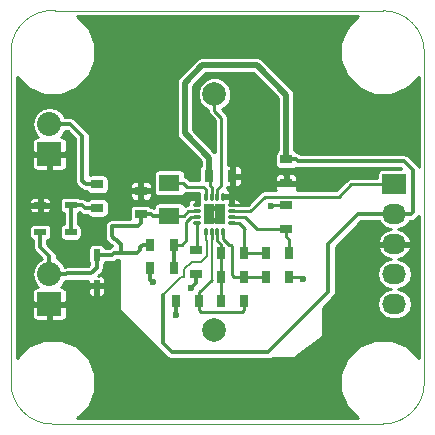
<source format=gtl>
G04 #@! TF.FileFunction,Copper,L1,Top,Signal*
%FSLAX46Y46*%
G04 Gerber Fmt 4.6, Leading zero omitted, Abs format (unit mm)*
G04 Created by KiCad (PCBNEW (2015-07-08 BZR 5908, Git 901e961)-product) date 27.10.2015 7:37:09*
%MOMM*%
G01*
G04 APERTURE LIST*
%ADD10C,0.100000*%
%ADD11R,1.000000X0.800000*%
%ADD12R,0.800000X1.000000*%
%ADD13C,2.000000*%
%ADD14R,1.800000X1.400000*%
%ADD15R,2.032000X2.032000*%
%ADD16O,2.032000X2.032000*%
%ADD17O,0.750000X0.300000*%
%ADD18O,0.300000X0.750000*%
%ADD19R,0.900000X0.900000*%
%ADD20R,0.550000X1.000000*%
%ADD21R,2.032000X1.727200*%
%ADD22O,2.032000X1.727200*%
%ADD23R,1.000000X0.550000*%
%ADD24C,0.700000*%
%ADD25C,0.600000*%
%ADD26C,0.350000*%
%ADD27C,0.250000*%
%ADD28C,0.200000*%
%ADD29C,0.500000*%
%ADD30C,0.254000*%
G04 APERTURE END LIST*
D10*
X45000000Y-48250000D02*
X45000000Y-76500000D01*
X76500000Y-45000000D02*
X48750000Y-45000000D01*
X80000000Y-76500000D02*
X80000000Y-48500000D01*
X48500000Y-80000000D02*
X76500000Y-80000000D01*
X45000000Y-76500000D02*
G75*
G03X48500000Y-80000000I3500000J0D01*
G01*
X76500000Y-80000000D02*
G75*
G03X80000000Y-76500000I0J3500000D01*
G01*
X80000000Y-48500000D02*
G75*
G03X76500000Y-45000000I-3500000J0D01*
G01*
X48750000Y-45000000D02*
G75*
G03X45000000Y-48250000I-250000J-3500000D01*
G01*
D11*
X56000000Y-62250000D03*
X56000000Y-60250000D03*
X60706000Y-67294000D03*
X60706000Y-65294000D03*
D12*
X61750000Y-59000000D03*
X63750000Y-59000000D03*
D11*
X68300000Y-57600000D03*
X68300000Y-59600000D03*
D13*
X62230000Y-52070000D03*
X62230000Y-72070000D03*
D14*
X58420000Y-62360000D03*
X58420000Y-59560000D03*
D15*
X48260000Y-57150000D03*
D16*
X48260000Y-54610000D03*
D15*
X48260000Y-69850000D03*
D16*
X48260000Y-67310000D03*
D12*
X56800000Y-64800000D03*
X58800000Y-64800000D03*
X58800000Y-66800000D03*
X56800000Y-66800000D03*
X62754000Y-65532000D03*
X64754000Y-65532000D03*
X62754000Y-67564000D03*
X64754000Y-67564000D03*
X62754000Y-69596000D03*
X64754000Y-69596000D03*
X66564000Y-65532000D03*
X68564000Y-65532000D03*
D11*
X68326000Y-63484000D03*
X68326000Y-61484000D03*
D12*
X66564000Y-67564000D03*
X68564000Y-67564000D03*
X60944000Y-69596000D03*
X58944000Y-69596000D03*
D17*
X60755000Y-61480000D03*
X60755000Y-61980000D03*
X60755000Y-62480000D03*
X60755000Y-62980000D03*
D18*
X61480000Y-63705000D03*
X61980000Y-63705000D03*
X62480000Y-63705000D03*
X62980000Y-63705000D03*
D17*
X63705000Y-62980000D03*
X63705000Y-62480000D03*
X63705000Y-61980000D03*
X63705000Y-61480000D03*
D18*
X62980000Y-60755000D03*
X62480000Y-60755000D03*
X61980000Y-60755000D03*
X61480000Y-60755000D03*
D19*
X62680000Y-62680000D03*
X62680000Y-61780000D03*
X61780000Y-62680000D03*
X61780000Y-61780000D03*
D20*
X52250000Y-68300000D03*
X52250000Y-65700000D03*
D21*
X77470000Y-59690000D03*
D22*
X77470000Y-62230000D03*
X77470000Y-64770000D03*
X77470000Y-67310000D03*
X77470000Y-69850000D03*
D11*
X52324000Y-61706000D03*
X52324000Y-59706000D03*
D23*
X47468000Y-63754000D03*
X50068000Y-63754000D03*
X50068000Y-61468000D03*
X47468000Y-61468000D03*
D24*
X61780000Y-62680000D03*
X62680000Y-62680000D03*
X62680000Y-61780000D03*
X61780000Y-61780000D03*
D25*
X75250000Y-65000000D03*
X56000000Y-59250000D03*
X67000000Y-59750000D03*
X67000000Y-61500000D03*
X69750000Y-67750000D03*
X64750000Y-59000000D03*
X64750000Y-61250000D03*
X63750000Y-60500000D03*
X60500000Y-60750000D03*
X53250000Y-68500000D03*
X57000000Y-68000000D03*
X60250000Y-68500000D03*
X59000000Y-70750000D03*
D26*
X48260000Y-57150000D02*
X48260000Y-59182000D01*
X47468000Y-59974000D02*
X47468000Y-61468000D01*
X48260000Y-59182000D02*
X47468000Y-59974000D01*
X77470000Y-64770000D02*
X75480000Y-64770000D01*
X75480000Y-64770000D02*
X75250000Y-65000000D01*
D27*
X56000000Y-60250000D02*
X56000000Y-59250000D01*
X68300000Y-59600000D02*
X67150000Y-59600000D01*
X67150000Y-59600000D02*
X67000000Y-59750000D01*
X68326000Y-61484000D02*
X67016000Y-61484000D01*
X67016000Y-61484000D02*
X67000000Y-61500000D01*
X68564000Y-67564000D02*
X69564000Y-67564000D01*
X69564000Y-67564000D02*
X69750000Y-67750000D01*
X63750000Y-59000000D02*
X64750000Y-59000000D01*
X64520000Y-61480000D02*
X64750000Y-61250000D01*
X63705000Y-61480000D02*
X64520000Y-61480000D01*
X62980000Y-60755000D02*
X63495000Y-60755000D01*
X63495000Y-60755000D02*
X63750000Y-60500000D01*
X60755000Y-61005000D02*
X60500000Y-60750000D01*
X60755000Y-61480000D02*
X60755000Y-61005000D01*
D26*
X52250000Y-68300000D02*
X53050000Y-68300000D01*
X53050000Y-68300000D02*
X53250000Y-68500000D01*
X56800000Y-66800000D02*
X56800000Y-67800000D01*
X56800000Y-67800000D02*
X57000000Y-68000000D01*
X60706000Y-67294000D02*
X60706000Y-68044000D01*
X60706000Y-68044000D02*
X60250000Y-68500000D01*
X58944000Y-69596000D02*
X58944000Y-70694000D01*
X58944000Y-70694000D02*
X59000000Y-70750000D01*
X47468000Y-63754000D02*
X47468000Y-64994000D01*
X48260000Y-65786000D02*
X48260000Y-67310000D01*
X47468000Y-64994000D02*
X48260000Y-65786000D01*
X53750000Y-65500000D02*
X54286933Y-65500000D01*
X54286933Y-65500000D02*
X54900000Y-65500000D01*
X53820000Y-64320000D02*
X54286933Y-64786933D01*
X54286933Y-64786933D02*
X54286933Y-65500000D01*
X53750000Y-64320000D02*
X53820000Y-64320000D01*
X53550000Y-63270000D02*
X53550000Y-64120000D01*
X53550000Y-64120000D02*
X53750000Y-64320000D01*
X56000000Y-63000000D02*
X55730000Y-63270000D01*
X55730000Y-63270000D02*
X53550000Y-63270000D01*
X56000000Y-62250000D02*
X56000000Y-63000000D01*
X57000000Y-62400000D02*
X57040000Y-62360000D01*
X57040000Y-62360000D02*
X58420000Y-62360000D01*
X56000000Y-62250000D02*
X56850000Y-62250000D01*
X56850000Y-62250000D02*
X57000000Y-62400000D01*
X49756840Y-67250000D02*
X50808283Y-67250000D01*
X50808283Y-67250000D02*
X51750000Y-67250000D01*
X53550000Y-65700000D02*
X53750000Y-65500000D01*
X52250000Y-65700000D02*
X53550000Y-65700000D01*
X51750000Y-67250000D02*
X52250000Y-66750000D01*
X52250000Y-66750000D02*
X52250000Y-65700000D01*
X48260000Y-67310000D02*
X49696840Y-67310000D01*
X49696840Y-67310000D02*
X49756840Y-67250000D01*
X55900000Y-65300000D02*
X55700000Y-65500000D01*
X55700000Y-65500000D02*
X54900000Y-65500000D01*
X55900000Y-65050000D02*
X55900000Y-65300000D01*
X56800000Y-64800000D02*
X56150000Y-64800000D01*
X56150000Y-64800000D02*
X55900000Y-65050000D01*
D27*
X60020000Y-61980000D02*
X59640000Y-62360000D01*
X59640000Y-62360000D02*
X58420000Y-62360000D01*
X60755000Y-61980000D02*
X60020000Y-61980000D01*
X60755000Y-62980000D02*
X60755000Y-65245000D01*
X60755000Y-65245000D02*
X60706000Y-65294000D01*
D26*
X71882000Y-64770000D02*
X74422000Y-62230000D01*
X74422000Y-62230000D02*
X77470000Y-62230000D01*
X71882000Y-68834000D02*
X71882000Y-64770000D01*
X66802000Y-73914000D02*
X71882000Y-68834000D01*
X58674000Y-73914000D02*
X66802000Y-73914000D01*
X57912000Y-73152000D02*
X58674000Y-73914000D01*
X57912000Y-69088000D02*
X57912000Y-73152000D01*
D28*
X59690000Y-67564000D02*
X59436000Y-67564000D01*
X59436000Y-67564000D02*
X57912000Y-69088000D01*
X59690000Y-66905998D02*
X59690000Y-67564000D01*
X61110002Y-66294000D02*
X60301998Y-66294000D01*
X60301998Y-66294000D02*
X59690000Y-66905998D01*
X61601001Y-64523771D02*
X61601001Y-65803001D01*
X61601001Y-65803001D02*
X61110002Y-66294000D01*
X61480000Y-63705000D02*
X61480000Y-64402770D01*
X61480000Y-64402770D02*
X61601001Y-64523771D01*
D26*
X68300000Y-57600000D02*
X69150000Y-57600000D01*
X79000000Y-62066000D02*
X78836000Y-62230000D01*
X69150000Y-57600000D02*
X69300000Y-57750000D01*
X69300000Y-57750000D02*
X78250000Y-57750000D01*
X78250000Y-57750000D02*
X79000000Y-58500000D01*
X79000000Y-58500000D02*
X79000000Y-62066000D01*
X78836000Y-62230000D02*
X77470000Y-62230000D01*
D29*
X61750000Y-59000000D02*
X61750000Y-57450000D01*
X68300000Y-52100000D02*
X68300000Y-57600000D01*
X65800000Y-49600000D02*
X68300000Y-52100000D01*
X61200000Y-49600000D02*
X65800000Y-49600000D01*
X59700000Y-51100000D02*
X61200000Y-49600000D01*
X59700000Y-55400000D02*
X59700000Y-51100000D01*
X61750000Y-57450000D02*
X59700000Y-55400000D01*
D27*
X61865000Y-59055000D02*
X61865000Y-59805000D01*
X61865000Y-59805000D02*
X61980000Y-59920000D01*
X61980000Y-59920000D02*
X61980000Y-60755000D01*
X62800000Y-59810000D02*
X62800000Y-54054213D01*
X62800000Y-54054213D02*
X62230000Y-53484213D01*
X62230000Y-53484213D02*
X62230000Y-52070000D01*
X62480000Y-60755000D02*
X62480000Y-60130000D01*
X62480000Y-60130000D02*
X62800000Y-59810000D01*
X61300000Y-59900000D02*
X61480000Y-60080000D01*
X61480000Y-60080000D02*
X61480000Y-60755000D01*
X59910000Y-59900000D02*
X61300000Y-59900000D01*
X58420000Y-59560000D02*
X59570000Y-59560000D01*
X59570000Y-59560000D02*
X59910000Y-59900000D01*
D26*
X58800000Y-64800000D02*
X58800000Y-66800000D01*
D27*
X59800000Y-62900000D02*
X60220000Y-62480000D01*
X60220000Y-62480000D02*
X60755000Y-62480000D01*
X59800000Y-64450000D02*
X59800000Y-62900000D01*
X58800000Y-64800000D02*
X59450000Y-64800000D01*
X59450000Y-64800000D02*
X59800000Y-64450000D01*
X62480000Y-64480000D02*
X62754000Y-64754000D01*
X62754000Y-64754000D02*
X62754000Y-65532000D01*
X62480000Y-63705000D02*
X62480000Y-64480000D01*
X62754000Y-69596000D02*
X62754000Y-65532000D01*
X62754000Y-69596000D02*
X62754000Y-67564000D01*
X66564000Y-65532000D02*
X64754000Y-65532000D01*
X64800000Y-63450000D02*
X64754000Y-63496000D01*
X64754000Y-63496000D02*
X64754000Y-65532000D01*
X63705000Y-62980000D02*
X64330000Y-62980000D01*
X64330000Y-62980000D02*
X64800000Y-63450000D01*
X63700000Y-67400000D02*
X63864000Y-67564000D01*
X63864000Y-67564000D02*
X64754000Y-67564000D01*
X63700000Y-64900000D02*
X63700000Y-67400000D01*
X63600000Y-64800000D02*
X63700000Y-64900000D01*
X63450000Y-64800000D02*
X63600000Y-64800000D01*
X62980000Y-63705000D02*
X62980000Y-64330000D01*
X62980000Y-64330000D02*
X63450000Y-64800000D01*
X66564000Y-67564000D02*
X64754000Y-67564000D01*
X60944000Y-68846000D02*
X60944000Y-69596000D01*
X61981011Y-67808989D02*
X60944000Y-68846000D01*
D28*
X61980000Y-64330000D02*
X61981011Y-64331011D01*
D27*
X61980000Y-63705000D02*
X61980000Y-64330000D01*
D28*
X61981011Y-64331011D02*
X61981011Y-67808989D01*
D27*
X64754000Y-69596000D02*
X64754000Y-70346000D01*
X64754000Y-70346000D02*
X64600000Y-70500000D01*
X64600000Y-70500000D02*
X61098000Y-70500000D01*
X61098000Y-70500000D02*
X60944000Y-70346000D01*
X60944000Y-70346000D02*
X60944000Y-69596000D01*
X68326000Y-63484000D02*
X68326000Y-64134000D01*
X68326000Y-64134000D02*
X68564000Y-64372000D01*
X68564000Y-64372000D02*
X68564000Y-65532000D01*
X65800000Y-63500000D02*
X64780000Y-62480000D01*
X64780000Y-62480000D02*
X63705000Y-62480000D01*
X67560000Y-63500000D02*
X65800000Y-63500000D01*
X68326000Y-63484000D02*
X67576000Y-63484000D01*
X67576000Y-63484000D02*
X67560000Y-63500000D01*
X72750000Y-60750000D02*
X73810000Y-59690000D01*
X73810000Y-59690000D02*
X77470000Y-59690000D01*
X66500000Y-60750000D02*
X72750000Y-60750000D01*
X65270000Y-61980000D02*
X66500000Y-60750000D01*
X63705000Y-61980000D02*
X65270000Y-61980000D01*
D26*
X48260000Y-54610000D02*
X50038000Y-54610000D01*
X51324000Y-59706000D02*
X52324000Y-59706000D01*
X51054000Y-59436000D02*
X51324000Y-59706000D01*
X51054000Y-55626000D02*
X51054000Y-59436000D01*
X50038000Y-54610000D02*
X51054000Y-55626000D01*
X50068000Y-61468000D02*
X50068000Y-63754000D01*
X52324000Y-61706000D02*
X51292000Y-61706000D01*
X51054000Y-61468000D02*
X50068000Y-61468000D01*
X51292000Y-61706000D02*
X51054000Y-61468000D01*
D30*
G36*
X73426972Y-46442787D02*
X72873631Y-47775380D01*
X72872372Y-49218290D01*
X73423386Y-50551846D01*
X74442787Y-51573028D01*
X75775380Y-52126369D01*
X77218290Y-52127628D01*
X78551846Y-51576614D01*
X79523000Y-50607154D01*
X79523000Y-58219974D01*
X79425678Y-58074322D01*
X78675678Y-57324322D01*
X78480375Y-57193825D01*
X78250000Y-57148000D01*
X69536284Y-57148000D01*
X69380375Y-57043825D01*
X69182249Y-57004415D01*
X69109776Y-56894088D01*
X68977000Y-56804464D01*
X68977000Y-52100000D01*
X68925466Y-51840923D01*
X68778711Y-51621289D01*
X66278711Y-49121289D01*
X66059077Y-48974534D01*
X65800000Y-48923000D01*
X61200000Y-48923000D01*
X60940923Y-48974534D01*
X60831106Y-49047912D01*
X60721288Y-49121289D01*
X59221289Y-50621289D01*
X59074534Y-50840923D01*
X59023000Y-51100000D01*
X59023000Y-55400000D01*
X59074534Y-55659077D01*
X59206365Y-55856375D01*
X59221289Y-55878711D01*
X61073000Y-57730422D01*
X61073000Y-58171232D01*
X61044088Y-58190224D01*
X60948300Y-58332132D01*
X60914635Y-58500000D01*
X60914635Y-59348000D01*
X60138646Y-59348000D01*
X59960323Y-59169677D01*
X59781242Y-59050018D01*
X59755365Y-59044871D01*
X59755365Y-58860000D01*
X59723776Y-58697186D01*
X59629776Y-58554088D01*
X59487868Y-58458300D01*
X59320000Y-58424635D01*
X57520000Y-58424635D01*
X57357186Y-58456224D01*
X57214088Y-58550224D01*
X57118300Y-58692132D01*
X57084635Y-58860000D01*
X57084635Y-60260000D01*
X57116224Y-60422814D01*
X57210224Y-60565912D01*
X57352132Y-60661700D01*
X57520000Y-60695365D01*
X59320000Y-60695365D01*
X59482814Y-60663776D01*
X59625912Y-60569776D01*
X59721700Y-60427868D01*
X59724269Y-60415056D01*
X59910000Y-60452000D01*
X60915390Y-60452000D01*
X60903000Y-60514288D01*
X60903000Y-60973189D01*
X60882000Y-60999083D01*
X60882000Y-61403000D01*
X60628000Y-61403000D01*
X60628000Y-60999083D01*
X60534862Y-60884238D01*
X60306504Y-60927727D01*
X60112171Y-61055294D01*
X59981448Y-61247519D01*
X59976671Y-61316426D01*
X60013459Y-61352998D01*
X59953000Y-61352998D01*
X59953000Y-61441327D01*
X59808758Y-61470018D01*
X59728863Y-61523403D01*
X59723776Y-61497186D01*
X59629776Y-61354088D01*
X59487868Y-61258300D01*
X59320000Y-61224635D01*
X57520000Y-61224635D01*
X57357186Y-61256224D01*
X57214088Y-61350224D01*
X57118300Y-61492132D01*
X57084635Y-61660000D01*
X57084635Y-61696671D01*
X57080375Y-61693825D01*
X56882249Y-61654415D01*
X56809776Y-61544088D01*
X56667868Y-61448300D01*
X56500000Y-61414635D01*
X55500000Y-61414635D01*
X55337186Y-61446224D01*
X55194088Y-61540224D01*
X55098300Y-61682132D01*
X55064635Y-61850000D01*
X55064635Y-62650000D01*
X55068127Y-62668000D01*
X53550000Y-62668000D01*
X53319625Y-62713825D01*
X53124322Y-62844322D01*
X52993825Y-63039625D01*
X52948000Y-63270000D01*
X52948000Y-64120000D01*
X52993825Y-64350375D01*
X53124322Y-64545678D01*
X53324322Y-64745678D01*
X53519625Y-64876175D01*
X53526109Y-64877465D01*
X53580383Y-64931739D01*
X53519625Y-64943825D01*
X53324322Y-65074322D01*
X53300644Y-65098000D01*
X52940575Y-65098000D01*
X52928776Y-65037186D01*
X52834776Y-64894088D01*
X52692868Y-64798300D01*
X52525000Y-64764635D01*
X51975000Y-64764635D01*
X51812186Y-64796224D01*
X51669088Y-64890224D01*
X51573300Y-65032132D01*
X51539635Y-65200000D01*
X51539635Y-66200000D01*
X51571224Y-66362814D01*
X51648000Y-66479692D01*
X51648000Y-66500644D01*
X51500644Y-66648000D01*
X49756840Y-66648000D01*
X49564282Y-66686303D01*
X49280355Y-66261375D01*
X48862000Y-65981839D01*
X48862000Y-65786000D01*
X48816175Y-65555625D01*
X48685678Y-65360322D01*
X48070000Y-64744644D01*
X48070000Y-64444575D01*
X48130814Y-64432776D01*
X48273912Y-64338776D01*
X48369700Y-64196868D01*
X48403365Y-64029000D01*
X48403365Y-63479000D01*
X48371776Y-63316186D01*
X48277776Y-63173088D01*
X48135868Y-63077300D01*
X47968000Y-63043635D01*
X46968000Y-63043635D01*
X46805186Y-63075224D01*
X46662088Y-63169224D01*
X46566300Y-63311132D01*
X46532635Y-63479000D01*
X46532635Y-64029000D01*
X46564224Y-64191814D01*
X46658224Y-64334912D01*
X46800132Y-64430700D01*
X46866000Y-64443909D01*
X46866000Y-64994000D01*
X46911825Y-65224375D01*
X47042322Y-65419678D01*
X47625919Y-66003275D01*
X47239645Y-66261375D01*
X46926842Y-66729518D01*
X46817000Y-67281730D01*
X46817000Y-67338270D01*
X46926842Y-67890482D01*
X47239645Y-68358625D01*
X47312043Y-68407000D01*
X47159064Y-68407000D01*
X47002124Y-68472007D01*
X46882007Y-68592124D01*
X46817000Y-68749065D01*
X46817000Y-69616250D01*
X46923750Y-69723000D01*
X48133000Y-69723000D01*
X48133000Y-69703000D01*
X48387000Y-69703000D01*
X48387000Y-69723000D01*
X49596250Y-69723000D01*
X49703000Y-69616250D01*
X49703000Y-68749065D01*
X49637993Y-68592124D01*
X49579619Y-68533750D01*
X51548000Y-68533750D01*
X51548000Y-68884935D01*
X51613007Y-69041876D01*
X51733124Y-69161993D01*
X51890064Y-69227000D01*
X52016250Y-69227000D01*
X52123000Y-69120250D01*
X52123000Y-68427000D01*
X52377000Y-68427000D01*
X52377000Y-69120250D01*
X52483750Y-69227000D01*
X52609936Y-69227000D01*
X52766876Y-69161993D01*
X52886993Y-69041876D01*
X52952000Y-68884935D01*
X52952000Y-68533750D01*
X52845250Y-68427000D01*
X52377000Y-68427000D01*
X52123000Y-68427000D01*
X52123000Y-68427000D01*
X51654750Y-68427000D01*
X51548000Y-68533750D01*
X49579619Y-68533750D01*
X49517876Y-68472007D01*
X49360936Y-68407000D01*
X49207957Y-68407000D01*
X49280355Y-68358625D01*
X49578780Y-67912000D01*
X49696840Y-67912000D01*
X49927215Y-67866175D01*
X49948429Y-67852000D01*
X51548000Y-67852000D01*
X51548000Y-68066250D01*
X51654750Y-68173000D01*
X52123000Y-68173000D01*
X52123000Y-68153000D01*
X52377000Y-68153000D01*
X52377000Y-68173000D01*
X52845250Y-68173000D01*
X52952000Y-68066250D01*
X52952000Y-67715065D01*
X52886993Y-67558124D01*
X52766876Y-67438007D01*
X52609936Y-67373000D01*
X52483750Y-67373000D01*
X52377002Y-67479748D01*
X52377002Y-67474354D01*
X52675678Y-67175678D01*
X52806175Y-66980375D01*
X52852000Y-66750000D01*
X52852000Y-66478535D01*
X52926700Y-66367868D01*
X52939909Y-66302000D01*
X53550000Y-66302000D01*
X53780375Y-66256175D01*
X53975678Y-66125678D01*
X53999356Y-66102000D01*
X54123000Y-66102000D01*
X54123000Y-70249994D01*
X54122999Y-70250000D01*
X54132667Y-70298601D01*
X54160197Y-70339803D01*
X58160194Y-74339799D01*
X58160197Y-74339803D01*
X58201399Y-74367333D01*
X58250000Y-74377000D01*
X58304178Y-74377000D01*
X58443625Y-74470175D01*
X58674000Y-74516000D01*
X66802000Y-74516000D01*
X67032375Y-74470175D01*
X67171822Y-74377000D01*
X69000000Y-74377000D01*
X69016692Y-74373679D01*
X69033672Y-74372455D01*
X69040790Y-74368886D01*
X69048601Y-74367333D01*
X69062756Y-74357874D01*
X69077970Y-74350248D01*
X71327971Y-72600247D01*
X71333180Y-72594228D01*
X71339803Y-72589803D01*
X71349260Y-72575648D01*
X71360399Y-72562779D01*
X71362909Y-72555221D01*
X71367333Y-72548601D01*
X71370653Y-72531908D01*
X71376020Y-72515752D01*
X71375447Y-72507807D01*
X71377000Y-72500000D01*
X71377000Y-70190356D01*
X72307678Y-69259678D01*
X72438175Y-69064375D01*
X72484000Y-68834000D01*
X72484000Y-67310000D01*
X75998730Y-67310000D01*
X76096971Y-67803891D01*
X76376738Y-68222592D01*
X76795439Y-68502359D01*
X77185767Y-68580000D01*
X76795439Y-68657641D01*
X76376738Y-68937408D01*
X76096971Y-69356109D01*
X75998730Y-69850000D01*
X76096971Y-70343891D01*
X76376738Y-70762592D01*
X76795439Y-71042359D01*
X77289330Y-71140600D01*
X77650670Y-71140600D01*
X78144561Y-71042359D01*
X78563262Y-70762592D01*
X78843029Y-70343891D01*
X78941270Y-69850000D01*
X78843029Y-69356109D01*
X78563262Y-68937408D01*
X78144561Y-68657641D01*
X77754233Y-68580000D01*
X78144561Y-68502359D01*
X78563262Y-68222592D01*
X78843029Y-67803891D01*
X78941270Y-67310000D01*
X78843029Y-66816109D01*
X78563262Y-66397408D01*
X78144561Y-66117641D01*
X77801109Y-66049324D01*
X78275731Y-65884752D01*
X78652596Y-65549878D01*
X78871057Y-65096351D01*
X78799418Y-64897000D01*
X77597000Y-64897000D01*
X77597000Y-64917000D01*
X77343000Y-64917000D01*
X77343000Y-64897000D01*
X76140582Y-64897000D01*
X76068943Y-65096351D01*
X76287404Y-65549878D01*
X76664269Y-65884752D01*
X77138891Y-66049324D01*
X76795439Y-66117641D01*
X76376738Y-66397408D01*
X76096971Y-66816109D01*
X75998730Y-67310000D01*
X72484000Y-67310000D01*
X72484000Y-65019356D01*
X74671357Y-62832000D01*
X76169207Y-62832000D01*
X76376738Y-63142592D01*
X76795439Y-63422359D01*
X77138891Y-63490676D01*
X76664269Y-63655248D01*
X76287404Y-63990122D01*
X76068943Y-64443649D01*
X76140582Y-64643000D01*
X77343000Y-64643000D01*
X77343000Y-64623000D01*
X77597000Y-64623000D01*
X77597000Y-64643000D01*
X78799418Y-64643000D01*
X78871057Y-64443649D01*
X78652596Y-63990122D01*
X78275731Y-63655248D01*
X77801109Y-63490676D01*
X78144561Y-63422359D01*
X78563262Y-63142592D01*
X78770793Y-62832000D01*
X78836000Y-62832000D01*
X79066375Y-62786175D01*
X79261678Y-62655678D01*
X79425678Y-62491678D01*
X79523000Y-62346025D01*
X79523000Y-74394446D01*
X78557213Y-73426972D01*
X77224620Y-72873631D01*
X75781710Y-72872372D01*
X74448154Y-73423386D01*
X73426972Y-74442787D01*
X72873631Y-75775380D01*
X72872372Y-77218290D01*
X73423386Y-78551846D01*
X74392846Y-79523000D01*
X50605554Y-79523000D01*
X51573028Y-78557213D01*
X52126369Y-77224620D01*
X52127628Y-75781710D01*
X51576614Y-74448154D01*
X50557213Y-73426972D01*
X49224620Y-72873631D01*
X47781710Y-72872372D01*
X46448154Y-73423386D01*
X45477000Y-74392846D01*
X45477000Y-70083750D01*
X46817000Y-70083750D01*
X46817000Y-70950935D01*
X46882007Y-71107876D01*
X47002124Y-71227993D01*
X47159064Y-71293000D01*
X48026250Y-71293000D01*
X48133000Y-71186250D01*
X48133000Y-69977000D01*
X48387000Y-69977000D01*
X48387000Y-71186250D01*
X48493750Y-71293000D01*
X49360936Y-71293000D01*
X49517876Y-71227993D01*
X49637993Y-71107876D01*
X49703000Y-70950935D01*
X49703000Y-70083750D01*
X49596250Y-69977000D01*
X48387000Y-69977000D01*
X48133000Y-69977000D01*
X48133000Y-69977000D01*
X46923750Y-69977000D01*
X46817000Y-70083750D01*
X45477000Y-70083750D01*
X45477000Y-61701750D01*
X46541000Y-61701750D01*
X46541000Y-61827936D01*
X46606007Y-61984876D01*
X46726124Y-62104993D01*
X46883065Y-62170000D01*
X47234250Y-62170000D01*
X47341000Y-62063250D01*
X47341000Y-61595000D01*
X47595000Y-61595000D01*
X47595000Y-62063250D01*
X47701750Y-62170000D01*
X48052935Y-62170000D01*
X48209876Y-62104993D01*
X48329993Y-61984876D01*
X48395000Y-61827936D01*
X48395000Y-61701750D01*
X48288250Y-61595000D01*
X47595000Y-61595000D01*
X47341000Y-61595000D01*
X47341000Y-61595000D01*
X46647750Y-61595000D01*
X46541000Y-61701750D01*
X45477000Y-61701750D01*
X45477000Y-61108064D01*
X46541000Y-61108064D01*
X46541000Y-61234250D01*
X46647750Y-61341000D01*
X47341000Y-61341000D01*
X47341000Y-60872750D01*
X47595000Y-60872750D01*
X47595000Y-61341000D01*
X48288250Y-61341000D01*
X48395000Y-61234250D01*
X48395000Y-61193000D01*
X49132635Y-61193000D01*
X49132635Y-61743000D01*
X49164224Y-61905814D01*
X49258224Y-62048912D01*
X49400132Y-62144700D01*
X49466000Y-62157909D01*
X49466000Y-63063425D01*
X49405186Y-63075224D01*
X49262088Y-63169224D01*
X49166300Y-63311132D01*
X49132635Y-63479000D01*
X49132635Y-64029000D01*
X49164224Y-64191814D01*
X49258224Y-64334912D01*
X49400132Y-64430700D01*
X49568000Y-64464365D01*
X50568000Y-64464365D01*
X50730814Y-64432776D01*
X50873912Y-64338776D01*
X50969700Y-64196868D01*
X51003365Y-64029000D01*
X51003365Y-63479000D01*
X50971776Y-63316186D01*
X50877776Y-63173088D01*
X50735868Y-63077300D01*
X50670000Y-63064091D01*
X50670000Y-62158575D01*
X50730814Y-62146776D01*
X50821711Y-62087067D01*
X50866322Y-62131678D01*
X51061625Y-62262175D01*
X51292000Y-62308000D01*
X51445965Y-62308000D01*
X51514224Y-62411912D01*
X51656132Y-62507700D01*
X51824000Y-62541365D01*
X52824000Y-62541365D01*
X52986814Y-62509776D01*
X53129912Y-62415776D01*
X53225700Y-62273868D01*
X53259365Y-62106000D01*
X53259365Y-61306000D01*
X53227776Y-61143186D01*
X53133776Y-61000088D01*
X52991868Y-60904300D01*
X52824000Y-60870635D01*
X51824000Y-60870635D01*
X51661186Y-60902224D01*
X51518088Y-60996224D01*
X51484033Y-61046677D01*
X51479678Y-61042322D01*
X51284375Y-60911825D01*
X51054000Y-60866000D01*
X50846535Y-60866000D01*
X50735868Y-60791300D01*
X50568000Y-60757635D01*
X49568000Y-60757635D01*
X49405186Y-60789224D01*
X49262088Y-60883224D01*
X49166300Y-61025132D01*
X49132635Y-61193000D01*
X48395000Y-61193000D01*
X48395000Y-61108064D01*
X48329993Y-60951124D01*
X48209876Y-60831007D01*
X48052935Y-60766000D01*
X47701750Y-60766000D01*
X47595000Y-60872750D01*
X47341000Y-60872750D01*
X47341000Y-60872750D01*
X47234250Y-60766000D01*
X46883065Y-60766000D01*
X46726124Y-60831007D01*
X46606007Y-60951124D01*
X46541000Y-61108064D01*
X45477000Y-61108064D01*
X45477000Y-57383750D01*
X46817000Y-57383750D01*
X46817000Y-58250935D01*
X46882007Y-58407876D01*
X47002124Y-58527993D01*
X47159064Y-58593000D01*
X48026250Y-58593000D01*
X48133000Y-58486250D01*
X48133000Y-57277000D01*
X48387000Y-57277000D01*
X48387000Y-58486250D01*
X48493750Y-58593000D01*
X49360936Y-58593000D01*
X49517876Y-58527993D01*
X49637993Y-58407876D01*
X49703000Y-58250935D01*
X49703000Y-57383750D01*
X49596250Y-57277000D01*
X48387000Y-57277000D01*
X48133000Y-57277000D01*
X48133000Y-57277000D01*
X46923750Y-57277000D01*
X46817000Y-57383750D01*
X45477000Y-57383750D01*
X45477000Y-54581730D01*
X46817000Y-54581730D01*
X46817000Y-54638270D01*
X46926842Y-55190482D01*
X47239645Y-55658625D01*
X47312043Y-55707000D01*
X47159064Y-55707000D01*
X47002124Y-55772007D01*
X46882007Y-55892124D01*
X46817000Y-56049065D01*
X46817000Y-56916250D01*
X46923750Y-57023000D01*
X48133000Y-57023000D01*
X48133000Y-57003000D01*
X48387000Y-57003000D01*
X48387000Y-57023000D01*
X49596250Y-57023000D01*
X49703000Y-56916250D01*
X49703000Y-56049065D01*
X49637993Y-55892124D01*
X49517876Y-55772007D01*
X49360936Y-55707000D01*
X49207957Y-55707000D01*
X49280355Y-55658625D01*
X49578780Y-55212000D01*
X49788644Y-55212000D01*
X50452000Y-55875356D01*
X50452000Y-59436000D01*
X50497825Y-59666375D01*
X50628322Y-59861678D01*
X50898322Y-60131679D01*
X51063245Y-60241876D01*
X51093625Y-60262175D01*
X51324000Y-60308000D01*
X51445965Y-60308000D01*
X51514224Y-60411912D01*
X51656132Y-60507700D01*
X51824000Y-60541365D01*
X52824000Y-60541365D01*
X52986814Y-60509776D01*
X53026433Y-60483750D01*
X55073000Y-60483750D01*
X55073000Y-60734935D01*
X55138007Y-60891876D01*
X55258124Y-61011993D01*
X55415064Y-61077000D01*
X55766250Y-61077000D01*
X55873000Y-60970250D01*
X55873000Y-60377000D01*
X56127000Y-60377000D01*
X56127000Y-60970250D01*
X56233750Y-61077000D01*
X56584936Y-61077000D01*
X56741876Y-61011993D01*
X56861993Y-60891876D01*
X56927000Y-60734935D01*
X56927000Y-60483750D01*
X56820250Y-60377000D01*
X56127000Y-60377000D01*
X55873000Y-60377000D01*
X55873000Y-60377000D01*
X55179750Y-60377000D01*
X55073000Y-60483750D01*
X53026433Y-60483750D01*
X53129912Y-60415776D01*
X53225700Y-60273868D01*
X53259365Y-60106000D01*
X53259365Y-59765065D01*
X55073000Y-59765065D01*
X55073000Y-60016250D01*
X55179750Y-60123000D01*
X55873000Y-60123000D01*
X55873000Y-59529750D01*
X56127000Y-59529750D01*
X56127000Y-60123000D01*
X56820250Y-60123000D01*
X56927000Y-60016250D01*
X56927000Y-59765065D01*
X56861993Y-59608124D01*
X56741876Y-59488007D01*
X56584936Y-59423000D01*
X56233750Y-59423000D01*
X56127000Y-59529750D01*
X55873000Y-59529750D01*
X55873000Y-59529750D01*
X55766250Y-59423000D01*
X55415064Y-59423000D01*
X55258124Y-59488007D01*
X55138007Y-59608124D01*
X55073000Y-59765065D01*
X53259365Y-59765065D01*
X53259365Y-59306000D01*
X53227776Y-59143186D01*
X53133776Y-59000088D01*
X52991868Y-58904300D01*
X52824000Y-58870635D01*
X51824000Y-58870635D01*
X51661186Y-58902224D01*
X51656000Y-58905631D01*
X51656000Y-55626000D01*
X51610175Y-55395625D01*
X51479678Y-55200322D01*
X50463678Y-54184322D01*
X50268375Y-54053825D01*
X50038000Y-54008000D01*
X49578780Y-54008000D01*
X49280355Y-53561375D01*
X48812212Y-53248572D01*
X48260000Y-53138730D01*
X47707788Y-53248572D01*
X47239645Y-53561375D01*
X46926842Y-54029518D01*
X46817000Y-54581730D01*
X45477000Y-54581730D01*
X45477000Y-50605554D01*
X46442787Y-51573028D01*
X47775380Y-52126369D01*
X49218290Y-52127628D01*
X50551846Y-51576614D01*
X51573028Y-50557213D01*
X52126369Y-49224620D01*
X52127628Y-47781710D01*
X51576614Y-46448154D01*
X50607154Y-45477000D01*
X74394446Y-45477000D01*
X73426972Y-46442787D01*
X73426972Y-46442787D01*
G37*
X73426972Y-46442787D02*
X72873631Y-47775380D01*
X72872372Y-49218290D01*
X73423386Y-50551846D01*
X74442787Y-51573028D01*
X75775380Y-52126369D01*
X77218290Y-52127628D01*
X78551846Y-51576614D01*
X79523000Y-50607154D01*
X79523000Y-58219974D01*
X79425678Y-58074322D01*
X78675678Y-57324322D01*
X78480375Y-57193825D01*
X78250000Y-57148000D01*
X69536284Y-57148000D01*
X69380375Y-57043825D01*
X69182249Y-57004415D01*
X69109776Y-56894088D01*
X68977000Y-56804464D01*
X68977000Y-52100000D01*
X68925466Y-51840923D01*
X68778711Y-51621289D01*
X66278711Y-49121289D01*
X66059077Y-48974534D01*
X65800000Y-48923000D01*
X61200000Y-48923000D01*
X60940923Y-48974534D01*
X60831106Y-49047912D01*
X60721288Y-49121289D01*
X59221289Y-50621289D01*
X59074534Y-50840923D01*
X59023000Y-51100000D01*
X59023000Y-55400000D01*
X59074534Y-55659077D01*
X59206365Y-55856375D01*
X59221289Y-55878711D01*
X61073000Y-57730422D01*
X61073000Y-58171232D01*
X61044088Y-58190224D01*
X60948300Y-58332132D01*
X60914635Y-58500000D01*
X60914635Y-59348000D01*
X60138646Y-59348000D01*
X59960323Y-59169677D01*
X59781242Y-59050018D01*
X59755365Y-59044871D01*
X59755365Y-58860000D01*
X59723776Y-58697186D01*
X59629776Y-58554088D01*
X59487868Y-58458300D01*
X59320000Y-58424635D01*
X57520000Y-58424635D01*
X57357186Y-58456224D01*
X57214088Y-58550224D01*
X57118300Y-58692132D01*
X57084635Y-58860000D01*
X57084635Y-60260000D01*
X57116224Y-60422814D01*
X57210224Y-60565912D01*
X57352132Y-60661700D01*
X57520000Y-60695365D01*
X59320000Y-60695365D01*
X59482814Y-60663776D01*
X59625912Y-60569776D01*
X59721700Y-60427868D01*
X59724269Y-60415056D01*
X59910000Y-60452000D01*
X60915390Y-60452000D01*
X60903000Y-60514288D01*
X60903000Y-60973189D01*
X60882000Y-60999083D01*
X60882000Y-61403000D01*
X60628000Y-61403000D01*
X60628000Y-60999083D01*
X60534862Y-60884238D01*
X60306504Y-60927727D01*
X60112171Y-61055294D01*
X59981448Y-61247519D01*
X59976671Y-61316426D01*
X60013459Y-61352998D01*
X59953000Y-61352998D01*
X59953000Y-61441327D01*
X59808758Y-61470018D01*
X59728863Y-61523403D01*
X59723776Y-61497186D01*
X59629776Y-61354088D01*
X59487868Y-61258300D01*
X59320000Y-61224635D01*
X57520000Y-61224635D01*
X57357186Y-61256224D01*
X57214088Y-61350224D01*
X57118300Y-61492132D01*
X57084635Y-61660000D01*
X57084635Y-61696671D01*
X57080375Y-61693825D01*
X56882249Y-61654415D01*
X56809776Y-61544088D01*
X56667868Y-61448300D01*
X56500000Y-61414635D01*
X55500000Y-61414635D01*
X55337186Y-61446224D01*
X55194088Y-61540224D01*
X55098300Y-61682132D01*
X55064635Y-61850000D01*
X55064635Y-62650000D01*
X55068127Y-62668000D01*
X53550000Y-62668000D01*
X53319625Y-62713825D01*
X53124322Y-62844322D01*
X52993825Y-63039625D01*
X52948000Y-63270000D01*
X52948000Y-64120000D01*
X52993825Y-64350375D01*
X53124322Y-64545678D01*
X53324322Y-64745678D01*
X53519625Y-64876175D01*
X53526109Y-64877465D01*
X53580383Y-64931739D01*
X53519625Y-64943825D01*
X53324322Y-65074322D01*
X53300644Y-65098000D01*
X52940575Y-65098000D01*
X52928776Y-65037186D01*
X52834776Y-64894088D01*
X52692868Y-64798300D01*
X52525000Y-64764635D01*
X51975000Y-64764635D01*
X51812186Y-64796224D01*
X51669088Y-64890224D01*
X51573300Y-65032132D01*
X51539635Y-65200000D01*
X51539635Y-66200000D01*
X51571224Y-66362814D01*
X51648000Y-66479692D01*
X51648000Y-66500644D01*
X51500644Y-66648000D01*
X49756840Y-66648000D01*
X49564282Y-66686303D01*
X49280355Y-66261375D01*
X48862000Y-65981839D01*
X48862000Y-65786000D01*
X48816175Y-65555625D01*
X48685678Y-65360322D01*
X48070000Y-64744644D01*
X48070000Y-64444575D01*
X48130814Y-64432776D01*
X48273912Y-64338776D01*
X48369700Y-64196868D01*
X48403365Y-64029000D01*
X48403365Y-63479000D01*
X48371776Y-63316186D01*
X48277776Y-63173088D01*
X48135868Y-63077300D01*
X47968000Y-63043635D01*
X46968000Y-63043635D01*
X46805186Y-63075224D01*
X46662088Y-63169224D01*
X46566300Y-63311132D01*
X46532635Y-63479000D01*
X46532635Y-64029000D01*
X46564224Y-64191814D01*
X46658224Y-64334912D01*
X46800132Y-64430700D01*
X46866000Y-64443909D01*
X46866000Y-64994000D01*
X46911825Y-65224375D01*
X47042322Y-65419678D01*
X47625919Y-66003275D01*
X47239645Y-66261375D01*
X46926842Y-66729518D01*
X46817000Y-67281730D01*
X46817000Y-67338270D01*
X46926842Y-67890482D01*
X47239645Y-68358625D01*
X47312043Y-68407000D01*
X47159064Y-68407000D01*
X47002124Y-68472007D01*
X46882007Y-68592124D01*
X46817000Y-68749065D01*
X46817000Y-69616250D01*
X46923750Y-69723000D01*
X48133000Y-69723000D01*
X48133000Y-69703000D01*
X48387000Y-69703000D01*
X48387000Y-69723000D01*
X49596250Y-69723000D01*
X49703000Y-69616250D01*
X49703000Y-68749065D01*
X49637993Y-68592124D01*
X49579619Y-68533750D01*
X51548000Y-68533750D01*
X51548000Y-68884935D01*
X51613007Y-69041876D01*
X51733124Y-69161993D01*
X51890064Y-69227000D01*
X52016250Y-69227000D01*
X52123000Y-69120250D01*
X52123000Y-68427000D01*
X52377000Y-68427000D01*
X52377000Y-69120250D01*
X52483750Y-69227000D01*
X52609936Y-69227000D01*
X52766876Y-69161993D01*
X52886993Y-69041876D01*
X52952000Y-68884935D01*
X52952000Y-68533750D01*
X52845250Y-68427000D01*
X52377000Y-68427000D01*
X52123000Y-68427000D01*
X52123000Y-68427000D01*
X51654750Y-68427000D01*
X51548000Y-68533750D01*
X49579619Y-68533750D01*
X49517876Y-68472007D01*
X49360936Y-68407000D01*
X49207957Y-68407000D01*
X49280355Y-68358625D01*
X49578780Y-67912000D01*
X49696840Y-67912000D01*
X49927215Y-67866175D01*
X49948429Y-67852000D01*
X51548000Y-67852000D01*
X51548000Y-68066250D01*
X51654750Y-68173000D01*
X52123000Y-68173000D01*
X52123000Y-68153000D01*
X52377000Y-68153000D01*
X52377000Y-68173000D01*
X52845250Y-68173000D01*
X52952000Y-68066250D01*
X52952000Y-67715065D01*
X52886993Y-67558124D01*
X52766876Y-67438007D01*
X52609936Y-67373000D01*
X52483750Y-67373000D01*
X52377002Y-67479748D01*
X52377002Y-67474354D01*
X52675678Y-67175678D01*
X52806175Y-66980375D01*
X52852000Y-66750000D01*
X52852000Y-66478535D01*
X52926700Y-66367868D01*
X52939909Y-66302000D01*
X53550000Y-66302000D01*
X53780375Y-66256175D01*
X53975678Y-66125678D01*
X53999356Y-66102000D01*
X54123000Y-66102000D01*
X54123000Y-70249994D01*
X54122999Y-70250000D01*
X54132667Y-70298601D01*
X54160197Y-70339803D01*
X58160194Y-74339799D01*
X58160197Y-74339803D01*
X58201399Y-74367333D01*
X58250000Y-74377000D01*
X58304178Y-74377000D01*
X58443625Y-74470175D01*
X58674000Y-74516000D01*
X66802000Y-74516000D01*
X67032375Y-74470175D01*
X67171822Y-74377000D01*
X69000000Y-74377000D01*
X69016692Y-74373679D01*
X69033672Y-74372455D01*
X69040790Y-74368886D01*
X69048601Y-74367333D01*
X69062756Y-74357874D01*
X69077970Y-74350248D01*
X71327971Y-72600247D01*
X71333180Y-72594228D01*
X71339803Y-72589803D01*
X71349260Y-72575648D01*
X71360399Y-72562779D01*
X71362909Y-72555221D01*
X71367333Y-72548601D01*
X71370653Y-72531908D01*
X71376020Y-72515752D01*
X71375447Y-72507807D01*
X71377000Y-72500000D01*
X71377000Y-70190356D01*
X72307678Y-69259678D01*
X72438175Y-69064375D01*
X72484000Y-68834000D01*
X72484000Y-67310000D01*
X75998730Y-67310000D01*
X76096971Y-67803891D01*
X76376738Y-68222592D01*
X76795439Y-68502359D01*
X77185767Y-68580000D01*
X76795439Y-68657641D01*
X76376738Y-68937408D01*
X76096971Y-69356109D01*
X75998730Y-69850000D01*
X76096971Y-70343891D01*
X76376738Y-70762592D01*
X76795439Y-71042359D01*
X77289330Y-71140600D01*
X77650670Y-71140600D01*
X78144561Y-71042359D01*
X78563262Y-70762592D01*
X78843029Y-70343891D01*
X78941270Y-69850000D01*
X78843029Y-69356109D01*
X78563262Y-68937408D01*
X78144561Y-68657641D01*
X77754233Y-68580000D01*
X78144561Y-68502359D01*
X78563262Y-68222592D01*
X78843029Y-67803891D01*
X78941270Y-67310000D01*
X78843029Y-66816109D01*
X78563262Y-66397408D01*
X78144561Y-66117641D01*
X77801109Y-66049324D01*
X78275731Y-65884752D01*
X78652596Y-65549878D01*
X78871057Y-65096351D01*
X78799418Y-64897000D01*
X77597000Y-64897000D01*
X77597000Y-64917000D01*
X77343000Y-64917000D01*
X77343000Y-64897000D01*
X76140582Y-64897000D01*
X76068943Y-65096351D01*
X76287404Y-65549878D01*
X76664269Y-65884752D01*
X77138891Y-66049324D01*
X76795439Y-66117641D01*
X76376738Y-66397408D01*
X76096971Y-66816109D01*
X75998730Y-67310000D01*
X72484000Y-67310000D01*
X72484000Y-65019356D01*
X74671357Y-62832000D01*
X76169207Y-62832000D01*
X76376738Y-63142592D01*
X76795439Y-63422359D01*
X77138891Y-63490676D01*
X76664269Y-63655248D01*
X76287404Y-63990122D01*
X76068943Y-64443649D01*
X76140582Y-64643000D01*
X77343000Y-64643000D01*
X77343000Y-64623000D01*
X77597000Y-64623000D01*
X77597000Y-64643000D01*
X78799418Y-64643000D01*
X78871057Y-64443649D01*
X78652596Y-63990122D01*
X78275731Y-63655248D01*
X77801109Y-63490676D01*
X78144561Y-63422359D01*
X78563262Y-63142592D01*
X78770793Y-62832000D01*
X78836000Y-62832000D01*
X79066375Y-62786175D01*
X79261678Y-62655678D01*
X79425678Y-62491678D01*
X79523000Y-62346025D01*
X79523000Y-74394446D01*
X78557213Y-73426972D01*
X77224620Y-72873631D01*
X75781710Y-72872372D01*
X74448154Y-73423386D01*
X73426972Y-74442787D01*
X72873631Y-75775380D01*
X72872372Y-77218290D01*
X73423386Y-78551846D01*
X74392846Y-79523000D01*
X50605554Y-79523000D01*
X51573028Y-78557213D01*
X52126369Y-77224620D01*
X52127628Y-75781710D01*
X51576614Y-74448154D01*
X50557213Y-73426972D01*
X49224620Y-72873631D01*
X47781710Y-72872372D01*
X46448154Y-73423386D01*
X45477000Y-74392846D01*
X45477000Y-70083750D01*
X46817000Y-70083750D01*
X46817000Y-70950935D01*
X46882007Y-71107876D01*
X47002124Y-71227993D01*
X47159064Y-71293000D01*
X48026250Y-71293000D01*
X48133000Y-71186250D01*
X48133000Y-69977000D01*
X48387000Y-69977000D01*
X48387000Y-71186250D01*
X48493750Y-71293000D01*
X49360936Y-71293000D01*
X49517876Y-71227993D01*
X49637993Y-71107876D01*
X49703000Y-70950935D01*
X49703000Y-70083750D01*
X49596250Y-69977000D01*
X48387000Y-69977000D01*
X48133000Y-69977000D01*
X48133000Y-69977000D01*
X46923750Y-69977000D01*
X46817000Y-70083750D01*
X45477000Y-70083750D01*
X45477000Y-61701750D01*
X46541000Y-61701750D01*
X46541000Y-61827936D01*
X46606007Y-61984876D01*
X46726124Y-62104993D01*
X46883065Y-62170000D01*
X47234250Y-62170000D01*
X47341000Y-62063250D01*
X47341000Y-61595000D01*
X47595000Y-61595000D01*
X47595000Y-62063250D01*
X47701750Y-62170000D01*
X48052935Y-62170000D01*
X48209876Y-62104993D01*
X48329993Y-61984876D01*
X48395000Y-61827936D01*
X48395000Y-61701750D01*
X48288250Y-61595000D01*
X47595000Y-61595000D01*
X47341000Y-61595000D01*
X47341000Y-61595000D01*
X46647750Y-61595000D01*
X46541000Y-61701750D01*
X45477000Y-61701750D01*
X45477000Y-61108064D01*
X46541000Y-61108064D01*
X46541000Y-61234250D01*
X46647750Y-61341000D01*
X47341000Y-61341000D01*
X47341000Y-60872750D01*
X47595000Y-60872750D01*
X47595000Y-61341000D01*
X48288250Y-61341000D01*
X48395000Y-61234250D01*
X48395000Y-61193000D01*
X49132635Y-61193000D01*
X49132635Y-61743000D01*
X49164224Y-61905814D01*
X49258224Y-62048912D01*
X49400132Y-62144700D01*
X49466000Y-62157909D01*
X49466000Y-63063425D01*
X49405186Y-63075224D01*
X49262088Y-63169224D01*
X49166300Y-63311132D01*
X49132635Y-63479000D01*
X49132635Y-64029000D01*
X49164224Y-64191814D01*
X49258224Y-64334912D01*
X49400132Y-64430700D01*
X49568000Y-64464365D01*
X50568000Y-64464365D01*
X50730814Y-64432776D01*
X50873912Y-64338776D01*
X50969700Y-64196868D01*
X51003365Y-64029000D01*
X51003365Y-63479000D01*
X50971776Y-63316186D01*
X50877776Y-63173088D01*
X50735868Y-63077300D01*
X50670000Y-63064091D01*
X50670000Y-62158575D01*
X50730814Y-62146776D01*
X50821711Y-62087067D01*
X50866322Y-62131678D01*
X51061625Y-62262175D01*
X51292000Y-62308000D01*
X51445965Y-62308000D01*
X51514224Y-62411912D01*
X51656132Y-62507700D01*
X51824000Y-62541365D01*
X52824000Y-62541365D01*
X52986814Y-62509776D01*
X53129912Y-62415776D01*
X53225700Y-62273868D01*
X53259365Y-62106000D01*
X53259365Y-61306000D01*
X53227776Y-61143186D01*
X53133776Y-61000088D01*
X52991868Y-60904300D01*
X52824000Y-60870635D01*
X51824000Y-60870635D01*
X51661186Y-60902224D01*
X51518088Y-60996224D01*
X51484033Y-61046677D01*
X51479678Y-61042322D01*
X51284375Y-60911825D01*
X51054000Y-60866000D01*
X50846535Y-60866000D01*
X50735868Y-60791300D01*
X50568000Y-60757635D01*
X49568000Y-60757635D01*
X49405186Y-60789224D01*
X49262088Y-60883224D01*
X49166300Y-61025132D01*
X49132635Y-61193000D01*
X48395000Y-61193000D01*
X48395000Y-61108064D01*
X48329993Y-60951124D01*
X48209876Y-60831007D01*
X48052935Y-60766000D01*
X47701750Y-60766000D01*
X47595000Y-60872750D01*
X47341000Y-60872750D01*
X47341000Y-60872750D01*
X47234250Y-60766000D01*
X46883065Y-60766000D01*
X46726124Y-60831007D01*
X46606007Y-60951124D01*
X46541000Y-61108064D01*
X45477000Y-61108064D01*
X45477000Y-57383750D01*
X46817000Y-57383750D01*
X46817000Y-58250935D01*
X46882007Y-58407876D01*
X47002124Y-58527993D01*
X47159064Y-58593000D01*
X48026250Y-58593000D01*
X48133000Y-58486250D01*
X48133000Y-57277000D01*
X48387000Y-57277000D01*
X48387000Y-58486250D01*
X48493750Y-58593000D01*
X49360936Y-58593000D01*
X49517876Y-58527993D01*
X49637993Y-58407876D01*
X49703000Y-58250935D01*
X49703000Y-57383750D01*
X49596250Y-57277000D01*
X48387000Y-57277000D01*
X48133000Y-57277000D01*
X48133000Y-57277000D01*
X46923750Y-57277000D01*
X46817000Y-57383750D01*
X45477000Y-57383750D01*
X45477000Y-54581730D01*
X46817000Y-54581730D01*
X46817000Y-54638270D01*
X46926842Y-55190482D01*
X47239645Y-55658625D01*
X47312043Y-55707000D01*
X47159064Y-55707000D01*
X47002124Y-55772007D01*
X46882007Y-55892124D01*
X46817000Y-56049065D01*
X46817000Y-56916250D01*
X46923750Y-57023000D01*
X48133000Y-57023000D01*
X48133000Y-57003000D01*
X48387000Y-57003000D01*
X48387000Y-57023000D01*
X49596250Y-57023000D01*
X49703000Y-56916250D01*
X49703000Y-56049065D01*
X49637993Y-55892124D01*
X49517876Y-55772007D01*
X49360936Y-55707000D01*
X49207957Y-55707000D01*
X49280355Y-55658625D01*
X49578780Y-55212000D01*
X49788644Y-55212000D01*
X50452000Y-55875356D01*
X50452000Y-59436000D01*
X50497825Y-59666375D01*
X50628322Y-59861678D01*
X50898322Y-60131679D01*
X51063245Y-60241876D01*
X51093625Y-60262175D01*
X51324000Y-60308000D01*
X51445965Y-60308000D01*
X51514224Y-60411912D01*
X51656132Y-60507700D01*
X51824000Y-60541365D01*
X52824000Y-60541365D01*
X52986814Y-60509776D01*
X53026433Y-60483750D01*
X55073000Y-60483750D01*
X55073000Y-60734935D01*
X55138007Y-60891876D01*
X55258124Y-61011993D01*
X55415064Y-61077000D01*
X55766250Y-61077000D01*
X55873000Y-60970250D01*
X55873000Y-60377000D01*
X56127000Y-60377000D01*
X56127000Y-60970250D01*
X56233750Y-61077000D01*
X56584936Y-61077000D01*
X56741876Y-61011993D01*
X56861993Y-60891876D01*
X56927000Y-60734935D01*
X56927000Y-60483750D01*
X56820250Y-60377000D01*
X56127000Y-60377000D01*
X55873000Y-60377000D01*
X55873000Y-60377000D01*
X55179750Y-60377000D01*
X55073000Y-60483750D01*
X53026433Y-60483750D01*
X53129912Y-60415776D01*
X53225700Y-60273868D01*
X53259365Y-60106000D01*
X53259365Y-59765065D01*
X55073000Y-59765065D01*
X55073000Y-60016250D01*
X55179750Y-60123000D01*
X55873000Y-60123000D01*
X55873000Y-59529750D01*
X56127000Y-59529750D01*
X56127000Y-60123000D01*
X56820250Y-60123000D01*
X56927000Y-60016250D01*
X56927000Y-59765065D01*
X56861993Y-59608124D01*
X56741876Y-59488007D01*
X56584936Y-59423000D01*
X56233750Y-59423000D01*
X56127000Y-59529750D01*
X55873000Y-59529750D01*
X55873000Y-59529750D01*
X55766250Y-59423000D01*
X55415064Y-59423000D01*
X55258124Y-59488007D01*
X55138007Y-59608124D01*
X55073000Y-59765065D01*
X53259365Y-59765065D01*
X53259365Y-59306000D01*
X53227776Y-59143186D01*
X53133776Y-59000088D01*
X52991868Y-58904300D01*
X52824000Y-58870635D01*
X51824000Y-58870635D01*
X51661186Y-58902224D01*
X51656000Y-58905631D01*
X51656000Y-55626000D01*
X51610175Y-55395625D01*
X51479678Y-55200322D01*
X50463678Y-54184322D01*
X50268375Y-54053825D01*
X50038000Y-54008000D01*
X49578780Y-54008000D01*
X49280355Y-53561375D01*
X48812212Y-53248572D01*
X48260000Y-53138730D01*
X47707788Y-53248572D01*
X47239645Y-53561375D01*
X46926842Y-54029518D01*
X46817000Y-54581730D01*
X45477000Y-54581730D01*
X45477000Y-50605554D01*
X46442787Y-51573028D01*
X47775380Y-52126369D01*
X49218290Y-52127628D01*
X50551846Y-51576614D01*
X51573028Y-50557213D01*
X52126369Y-49224620D01*
X52127628Y-47781710D01*
X51576614Y-46448154D01*
X50607154Y-45477000D01*
X74394446Y-45477000D01*
X73426972Y-46442787D01*
G36*
X61907000Y-61650250D02*
X61907000Y-61653000D01*
X62553000Y-61653000D01*
X62553000Y-61650250D01*
X62570250Y-61633000D01*
X62807000Y-61633000D01*
X62807000Y-61653000D01*
X62827000Y-61653000D01*
X62827000Y-61889750D01*
X62809750Y-61907000D01*
X62807000Y-61907000D01*
X62807000Y-62553000D01*
X62809750Y-62553000D01*
X62827000Y-62570250D01*
X62827000Y-62807000D01*
X62807000Y-62807000D01*
X62807000Y-62827000D01*
X62570250Y-62827000D01*
X62553000Y-62809750D01*
X62553000Y-62807000D01*
X61907000Y-62807000D01*
X61907000Y-62809750D01*
X61889750Y-62827000D01*
X61653000Y-62827000D01*
X61653000Y-62807000D01*
X61633000Y-62807000D01*
X61633000Y-62570250D01*
X61650250Y-62553000D01*
X61653000Y-62553000D01*
X61653000Y-62013750D01*
X61803000Y-62013750D01*
X61803000Y-62446250D01*
X61907000Y-62550250D01*
X61907000Y-62553000D01*
X61909750Y-62553000D01*
X62013750Y-62657000D01*
X62446250Y-62657000D01*
X62550250Y-62553000D01*
X62553000Y-62553000D01*
X62553000Y-62550250D01*
X62657000Y-62446250D01*
X62657000Y-62013750D01*
X62553000Y-61909750D01*
X62553000Y-61907000D01*
X62550250Y-61907000D01*
X62446250Y-61803000D01*
X62013750Y-61803000D01*
X61909750Y-61907000D01*
X61907000Y-61907000D01*
X61907000Y-61909750D01*
X61803000Y-62013750D01*
X61653000Y-62013750D01*
X61653000Y-61907000D01*
X61650250Y-61907000D01*
X61633000Y-61889750D01*
X61633000Y-61653000D01*
X61653000Y-61653000D01*
X61653000Y-61633000D01*
X61889750Y-61633000D01*
X61907000Y-61650250D01*
X61907000Y-61650250D01*
G37*
X61907000Y-61650250D02*
X61907000Y-61653000D01*
X62553000Y-61653000D01*
X62553000Y-61650250D01*
X62570250Y-61633000D01*
X62807000Y-61633000D01*
X62807000Y-61653000D01*
X62827000Y-61653000D01*
X62827000Y-61889750D01*
X62809750Y-61907000D01*
X62807000Y-61907000D01*
X62807000Y-62553000D01*
X62809750Y-62553000D01*
X62827000Y-62570250D01*
X62827000Y-62807000D01*
X62807000Y-62807000D01*
X62807000Y-62827000D01*
X62570250Y-62827000D01*
X62553000Y-62809750D01*
X62553000Y-62807000D01*
X61907000Y-62807000D01*
X61907000Y-62809750D01*
X61889750Y-62827000D01*
X61653000Y-62827000D01*
X61653000Y-62807000D01*
X61633000Y-62807000D01*
X61633000Y-62570250D01*
X61650250Y-62553000D01*
X61653000Y-62553000D01*
X61653000Y-62013750D01*
X61803000Y-62013750D01*
X61803000Y-62446250D01*
X61907000Y-62550250D01*
X61907000Y-62553000D01*
X61909750Y-62553000D01*
X62013750Y-62657000D01*
X62446250Y-62657000D01*
X62550250Y-62553000D01*
X62553000Y-62553000D01*
X62553000Y-62550250D01*
X62657000Y-62446250D01*
X62657000Y-62013750D01*
X62553000Y-61909750D01*
X62553000Y-61907000D01*
X62550250Y-61907000D01*
X62446250Y-61803000D01*
X62013750Y-61803000D01*
X61909750Y-61907000D01*
X61907000Y-61907000D01*
X61907000Y-61909750D01*
X61803000Y-62013750D01*
X61653000Y-62013750D01*
X61653000Y-61907000D01*
X61650250Y-61907000D01*
X61633000Y-61889750D01*
X61633000Y-61653000D01*
X61653000Y-61653000D01*
X61653000Y-61633000D01*
X61889750Y-61633000D01*
X61907000Y-61650250D01*
G36*
X67623000Y-52380422D02*
X67623000Y-56805543D01*
X67494088Y-56890224D01*
X67398300Y-57032132D01*
X67364635Y-57200000D01*
X67364635Y-58000000D01*
X67396224Y-58162814D01*
X67490224Y-58305912D01*
X67632132Y-58401700D01*
X67800000Y-58435365D01*
X68800000Y-58435365D01*
X68962814Y-58403776D01*
X69101686Y-58312552D01*
X69300000Y-58352000D01*
X78000644Y-58352000D01*
X78039679Y-58391035D01*
X76454000Y-58391035D01*
X76291186Y-58422624D01*
X76148088Y-58516624D01*
X76052300Y-58658532D01*
X76018635Y-58826400D01*
X76018635Y-59138000D01*
X73810000Y-59138000D01*
X73598759Y-59180018D01*
X73518344Y-59233750D01*
X73419677Y-59299677D01*
X72521354Y-60198000D01*
X69180167Y-60198000D01*
X69227000Y-60084935D01*
X69227000Y-59833750D01*
X69120250Y-59727000D01*
X68427000Y-59727000D01*
X68427000Y-59747000D01*
X68173000Y-59747000D01*
X68173000Y-59727000D01*
X67479750Y-59727000D01*
X67373000Y-59833750D01*
X67373000Y-60084935D01*
X67419833Y-60198000D01*
X66500000Y-60198000D01*
X66288758Y-60240018D01*
X66109677Y-60359677D01*
X65041354Y-61428000D01*
X64507000Y-61428000D01*
X64507000Y-61352998D01*
X64446541Y-61352998D01*
X64483329Y-61316426D01*
X64478552Y-61247519D01*
X64347829Y-61055294D01*
X64153496Y-60927727D01*
X63925138Y-60884238D01*
X63832000Y-60999083D01*
X63832000Y-61403000D01*
X63578000Y-61403000D01*
X63578000Y-60999083D01*
X63572495Y-60992295D01*
X63575762Y-60975138D01*
X63525568Y-60934432D01*
X63484862Y-60884238D01*
X63467705Y-60887505D01*
X63460917Y-60882000D01*
X63057000Y-60882000D01*
X63057000Y-60628000D01*
X63460917Y-60628000D01*
X63575762Y-60534862D01*
X63532273Y-60306504D01*
X63404706Y-60112171D01*
X63297801Y-60039470D01*
X63309982Y-60021241D01*
X63328728Y-59927000D01*
X63516250Y-59927000D01*
X63623000Y-59820250D01*
X63623000Y-59127000D01*
X63877000Y-59127000D01*
X63877000Y-59820250D01*
X63983750Y-59927000D01*
X64234935Y-59927000D01*
X64391876Y-59861993D01*
X64511993Y-59741876D01*
X64577000Y-59584936D01*
X64577000Y-59233750D01*
X64470250Y-59127000D01*
X63877000Y-59127000D01*
X63623000Y-59127000D01*
X63623000Y-59127000D01*
X63603000Y-59127000D01*
X63603000Y-59115065D01*
X67373000Y-59115065D01*
X67373000Y-59366250D01*
X67479750Y-59473000D01*
X68173000Y-59473000D01*
X68173000Y-58879750D01*
X68427000Y-58879750D01*
X68427000Y-59473000D01*
X69120250Y-59473000D01*
X69227000Y-59366250D01*
X69227000Y-59115065D01*
X69161993Y-58958124D01*
X69041876Y-58838007D01*
X68884936Y-58773000D01*
X68533750Y-58773000D01*
X68427000Y-58879750D01*
X68173000Y-58879750D01*
X68173000Y-58879750D01*
X68066250Y-58773000D01*
X67715064Y-58773000D01*
X67558124Y-58838007D01*
X67438007Y-58958124D01*
X67373000Y-59115065D01*
X63603000Y-59115065D01*
X63603000Y-58873000D01*
X63623000Y-58873000D01*
X63623000Y-58179750D01*
X63877000Y-58179750D01*
X63877000Y-58873000D01*
X64470250Y-58873000D01*
X64577000Y-58766250D01*
X64577000Y-58415064D01*
X64511993Y-58258124D01*
X64391876Y-58138007D01*
X64234935Y-58073000D01*
X63983750Y-58073000D01*
X63877000Y-58179750D01*
X63623000Y-58179750D01*
X63623000Y-58179750D01*
X63516250Y-58073000D01*
X63352000Y-58073000D01*
X63352000Y-54054213D01*
X63340062Y-53994195D01*
X63309982Y-53842971D01*
X63190323Y-53663890D01*
X62874251Y-53347818D01*
X63037275Y-53280457D01*
X63439047Y-52879386D01*
X63656752Y-52355093D01*
X63657248Y-51787397D01*
X63440457Y-51262725D01*
X63039386Y-50860953D01*
X62515093Y-50643248D01*
X61947397Y-50642752D01*
X61422725Y-50859543D01*
X61020953Y-51260614D01*
X60803248Y-51784907D01*
X60802752Y-52352603D01*
X61019543Y-52877275D01*
X61420614Y-53279047D01*
X61678000Y-53385923D01*
X61678000Y-53484213D01*
X61720018Y-53695455D01*
X61839677Y-53874536D01*
X62248000Y-54282859D01*
X62248000Y-57000157D01*
X62228711Y-56971289D01*
X60377000Y-55119578D01*
X60377000Y-51380422D01*
X61480423Y-50277000D01*
X65519578Y-50277000D01*
X67623000Y-52380422D01*
X67623000Y-52380422D01*
G37*
X67623000Y-52380422D02*
X67623000Y-56805543D01*
X67494088Y-56890224D01*
X67398300Y-57032132D01*
X67364635Y-57200000D01*
X67364635Y-58000000D01*
X67396224Y-58162814D01*
X67490224Y-58305912D01*
X67632132Y-58401700D01*
X67800000Y-58435365D01*
X68800000Y-58435365D01*
X68962814Y-58403776D01*
X69101686Y-58312552D01*
X69300000Y-58352000D01*
X78000644Y-58352000D01*
X78039679Y-58391035D01*
X76454000Y-58391035D01*
X76291186Y-58422624D01*
X76148088Y-58516624D01*
X76052300Y-58658532D01*
X76018635Y-58826400D01*
X76018635Y-59138000D01*
X73810000Y-59138000D01*
X73598759Y-59180018D01*
X73518344Y-59233750D01*
X73419677Y-59299677D01*
X72521354Y-60198000D01*
X69180167Y-60198000D01*
X69227000Y-60084935D01*
X69227000Y-59833750D01*
X69120250Y-59727000D01*
X68427000Y-59727000D01*
X68427000Y-59747000D01*
X68173000Y-59747000D01*
X68173000Y-59727000D01*
X67479750Y-59727000D01*
X67373000Y-59833750D01*
X67373000Y-60084935D01*
X67419833Y-60198000D01*
X66500000Y-60198000D01*
X66288758Y-60240018D01*
X66109677Y-60359677D01*
X65041354Y-61428000D01*
X64507000Y-61428000D01*
X64507000Y-61352998D01*
X64446541Y-61352998D01*
X64483329Y-61316426D01*
X64478552Y-61247519D01*
X64347829Y-61055294D01*
X64153496Y-60927727D01*
X63925138Y-60884238D01*
X63832000Y-60999083D01*
X63832000Y-61403000D01*
X63578000Y-61403000D01*
X63578000Y-60999083D01*
X63572495Y-60992295D01*
X63575762Y-60975138D01*
X63525568Y-60934432D01*
X63484862Y-60884238D01*
X63467705Y-60887505D01*
X63460917Y-60882000D01*
X63057000Y-60882000D01*
X63057000Y-60628000D01*
X63460917Y-60628000D01*
X63575762Y-60534862D01*
X63532273Y-60306504D01*
X63404706Y-60112171D01*
X63297801Y-60039470D01*
X63309982Y-60021241D01*
X63328728Y-59927000D01*
X63516250Y-59927000D01*
X63623000Y-59820250D01*
X63623000Y-59127000D01*
X63877000Y-59127000D01*
X63877000Y-59820250D01*
X63983750Y-59927000D01*
X64234935Y-59927000D01*
X64391876Y-59861993D01*
X64511993Y-59741876D01*
X64577000Y-59584936D01*
X64577000Y-59233750D01*
X64470250Y-59127000D01*
X63877000Y-59127000D01*
X63623000Y-59127000D01*
X63623000Y-59127000D01*
X63603000Y-59127000D01*
X63603000Y-59115065D01*
X67373000Y-59115065D01*
X67373000Y-59366250D01*
X67479750Y-59473000D01*
X68173000Y-59473000D01*
X68173000Y-58879750D01*
X68427000Y-58879750D01*
X68427000Y-59473000D01*
X69120250Y-59473000D01*
X69227000Y-59366250D01*
X69227000Y-59115065D01*
X69161993Y-58958124D01*
X69041876Y-58838007D01*
X68884936Y-58773000D01*
X68533750Y-58773000D01*
X68427000Y-58879750D01*
X68173000Y-58879750D01*
X68173000Y-58879750D01*
X68066250Y-58773000D01*
X67715064Y-58773000D01*
X67558124Y-58838007D01*
X67438007Y-58958124D01*
X67373000Y-59115065D01*
X63603000Y-59115065D01*
X63603000Y-58873000D01*
X63623000Y-58873000D01*
X63623000Y-58179750D01*
X63877000Y-58179750D01*
X63877000Y-58873000D01*
X64470250Y-58873000D01*
X64577000Y-58766250D01*
X64577000Y-58415064D01*
X64511993Y-58258124D01*
X64391876Y-58138007D01*
X64234935Y-58073000D01*
X63983750Y-58073000D01*
X63877000Y-58179750D01*
X63623000Y-58179750D01*
X63623000Y-58179750D01*
X63516250Y-58073000D01*
X63352000Y-58073000D01*
X63352000Y-54054213D01*
X63340062Y-53994195D01*
X63309982Y-53842971D01*
X63190323Y-53663890D01*
X62874251Y-53347818D01*
X63037275Y-53280457D01*
X63439047Y-52879386D01*
X63656752Y-52355093D01*
X63657248Y-51787397D01*
X63440457Y-51262725D01*
X63039386Y-50860953D01*
X62515093Y-50643248D01*
X61947397Y-50642752D01*
X61422725Y-50859543D01*
X61020953Y-51260614D01*
X60803248Y-51784907D01*
X60802752Y-52352603D01*
X61019543Y-52877275D01*
X61420614Y-53279047D01*
X61678000Y-53385923D01*
X61678000Y-53484213D01*
X61720018Y-53695455D01*
X61839677Y-53874536D01*
X62248000Y-54282859D01*
X62248000Y-57000157D01*
X62228711Y-56971289D01*
X60377000Y-55119578D01*
X60377000Y-51380422D01*
X61480423Y-50277000D01*
X65519578Y-50277000D01*
X67623000Y-52380422D01*
M02*

</source>
